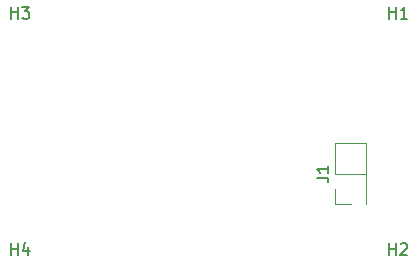
<source format=gbr>
%TF.GenerationSoftware,KiCad,Pcbnew,(5.99.0-9519-ga70106a3bd)*%
%TF.CreationDate,2021-04-17T12:17:53-04:00*%
%TF.ProjectId,hotswap-board,686f7473-7761-4702-9d62-6f6172642e6b,rev?*%
%TF.SameCoordinates,Original*%
%TF.FileFunction,Legend,Top*%
%TF.FilePolarity,Positive*%
%FSLAX46Y46*%
G04 Gerber Fmt 4.6, Leading zero omitted, Abs format (unit mm)*
G04 Created by KiCad (PCBNEW (5.99.0-9519-ga70106a3bd)) date 2021-04-17 12:17:53*
%MOMM*%
%LPD*%
G01*
G04 APERTURE LIST*
%ADD10C,0.150000*%
%ADD11C,0.120000*%
G04 APERTURE END LIST*
D10*
%TO.C,H4*%
X-16761904Y-6602380D02*
X-16761904Y-5602380D01*
X-16761904Y-6078571D02*
X-16190476Y-6078571D01*
X-16190476Y-6602380D02*
X-16190476Y-5602380D01*
X-15285714Y-5935714D02*
X-15285714Y-6602380D01*
X-15523809Y-5554761D02*
X-15761904Y-6269047D01*
X-15142857Y-6269047D01*
%TO.C,H2*%
X15238095Y-6602380D02*
X15238095Y-5602380D01*
X15238095Y-6078571D02*
X15809523Y-6078571D01*
X15809523Y-6602380D02*
X15809523Y-5602380D01*
X16238095Y-5697619D02*
X16285714Y-5650000D01*
X16380952Y-5602380D01*
X16619047Y-5602380D01*
X16714285Y-5650000D01*
X16761904Y-5697619D01*
X16809523Y-5792857D01*
X16809523Y-5888095D01*
X16761904Y-6030952D01*
X16190476Y-6602380D01*
X16809523Y-6602380D01*
%TO.C,H3*%
X-16761904Y13397619D02*
X-16761904Y14397619D01*
X-16761904Y13921428D02*
X-16190476Y13921428D01*
X-16190476Y13397619D02*
X-16190476Y14397619D01*
X-15809523Y14397619D02*
X-15190476Y14397619D01*
X-15523809Y14016666D01*
X-15380952Y14016666D01*
X-15285714Y13969047D01*
X-15238095Y13921428D01*
X-15190476Y13826190D01*
X-15190476Y13588095D01*
X-15238095Y13492857D01*
X-15285714Y13445238D01*
X-15380952Y13397619D01*
X-15666666Y13397619D01*
X-15761904Y13445238D01*
X-15809523Y13492857D01*
%TO.C,H1*%
X15238095Y13397619D02*
X15238095Y14397619D01*
X15238095Y13921428D02*
X15809523Y13921428D01*
X15809523Y13397619D02*
X15809523Y14397619D01*
X16809523Y13397619D02*
X16238095Y13397619D01*
X16523809Y13397619D02*
X16523809Y14397619D01*
X16428571Y14254761D01*
X16333333Y14159523D01*
X16238095Y14111904D01*
%TO.C,J1*%
X9122380Y-63333D02*
X9836666Y-63333D01*
X9979523Y-110952D01*
X10074761Y-206190D01*
X10122380Y-349047D01*
X10122380Y-444285D01*
X10122380Y936666D02*
X10122380Y365238D01*
X10122380Y650952D02*
X9122380Y650952D01*
X9265238Y555714D01*
X9360476Y460476D01*
X9408095Y365238D01*
D11*
X13270000Y-2330000D02*
X13270000Y270000D01*
X10670000Y2870000D02*
X13330000Y2870000D01*
X12000000Y-2330000D02*
X10670000Y-2330000D01*
X13330000Y-2330000D02*
X13330000Y2870000D01*
X10670000Y-2330000D02*
X10670000Y-1000000D01*
X10670000Y270000D02*
X10670000Y2870000D01*
X13270000Y270000D02*
X10670000Y270000D01*
X13270000Y-2330000D02*
X13330000Y-2330000D01*
%TD*%
M02*

</source>
